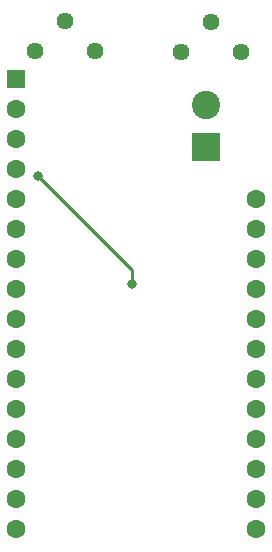
<source format=gbl>
%TF.GenerationSoftware,KiCad,Pcbnew,5.1.7-a382d34a8~88~ubuntu18.04.1*%
%TF.CreationDate,2021-01-04T13:18:22+01:00*%
%TF.ProjectId,wearable_biosonification,77656172-6162-46c6-955f-62696f736f6e,rev?*%
%TF.SameCoordinates,Original*%
%TF.FileFunction,Copper,L2,Bot*%
%TF.FilePolarity,Positive*%
%FSLAX46Y46*%
G04 Gerber Fmt 4.6, Leading zero omitted, Abs format (unit mm)*
G04 Created by KiCad (PCBNEW 5.1.7-a382d34a8~88~ubuntu18.04.1) date 2021-01-04 13:18:22*
%MOMM*%
%LPD*%
G01*
G04 APERTURE LIST*
%TA.AperFunction,ComponentPad*%
%ADD10C,1.600000*%
%TD*%
%TA.AperFunction,ComponentPad*%
%ADD11R,1.600000X1.600000*%
%TD*%
%TA.AperFunction,ComponentPad*%
%ADD12C,1.440000*%
%TD*%
%TA.AperFunction,ComponentPad*%
%ADD13C,2.400000*%
%TD*%
%TA.AperFunction,ComponentPad*%
%ADD14R,2.400000X2.400000*%
%TD*%
%TA.AperFunction,ViaPad*%
%ADD15C,0.800000*%
%TD*%
%TA.AperFunction,Conductor*%
%ADD16C,0.250000*%
%TD*%
G04 APERTURE END LIST*
D10*
%TO.P,A1,17*%
%TO.N,Net-(A1-Pad17)*%
X89920000Y-97000000D03*
%TO.P,A1,18*%
%TO.N,Net-(A1-Pad18)*%
X89920000Y-94460000D03*
%TO.P,A1,19*%
%TO.N,Net-(A1-Pad19)*%
X89920000Y-91920000D03*
%TO.P,A1,20*%
%TO.N,Net-(A1-Pad20)*%
X89920000Y-89380000D03*
%TO.P,A1,21*%
%TO.N,Net-(A1-Pad21)*%
X89920000Y-86840000D03*
%TO.P,A1,22*%
%TO.N,Net-(A1-Pad22)*%
X89920000Y-84300000D03*
%TO.P,A1,23*%
%TO.N,Net-(A1-Pad23)*%
X89920000Y-81760000D03*
%TO.P,A1,24*%
%TO.N,Net-(A1-Pad24)*%
X89920000Y-79220000D03*
%TO.P,A1,25*%
%TO.N,Net-(A1-Pad25)*%
X89920000Y-76680000D03*
%TO.P,A1,26*%
%TO.N,Net-(A1-Pad26)*%
X89920000Y-74140000D03*
%TO.P,A1,27*%
%TO.N,Net-(A1-Pad27)*%
X89920000Y-71600000D03*
%TO.P,A1,28*%
%TO.N,Net-(A1-Pad28)*%
X89920000Y-69060000D03*
D11*
%TO.P,A1,1*%
%TO.N,Net-(A1-Pad1)*%
X69600000Y-58900000D03*
D10*
%TO.P,A1,2*%
%TO.N,Vfeather*%
X69600000Y-61440000D03*
%TO.P,A1,3*%
%TO.N,Net-(A1-Pad3)*%
X69600000Y-63980000D03*
%TO.P,A1,4*%
%TO.N,AnalogIn*%
X69600000Y-66520000D03*
%TO.P,A1,5*%
X69600000Y-69060000D03*
%TO.P,A1,6*%
%TO.N,Net-(A1-Pad6)*%
X69600000Y-71600000D03*
%TO.P,A1,7*%
%TO.N,Net-(A1-Pad7)*%
X69600000Y-74140000D03*
%TO.P,A1,8*%
%TO.N,Net-(A1-Pad8)*%
X69600000Y-76680000D03*
%TO.P,A1,9*%
%TO.N,Net-(A1-Pad9)*%
X69600000Y-79220000D03*
%TO.P,A1,10*%
%TO.N,Net-(A1-Pad10)*%
X69600000Y-81760000D03*
%TO.P,A1,11*%
%TO.N,Net-(A1-Pad11)*%
X69600000Y-84300000D03*
%TO.P,A1,12*%
%TO.N,Net-(A1-Pad12)*%
X69600000Y-86840000D03*
%TO.P,A1,13*%
%TO.N,Net-(A1-Pad13)*%
X69600000Y-89380000D03*
%TO.P,A1,14*%
%TO.N,Net-(A1-Pad14)*%
X69600000Y-91920000D03*
%TO.P,A1,15*%
%TO.N,Net-(A1-Pad15)*%
X69600000Y-94460000D03*
%TO.P,A1,16*%
%TO.N,Net-(A1-Pad16)*%
X69600000Y-97000000D03*
%TD*%
D12*
%TO.P,RV2,1*%
%TO.N,Net-(RV2-Pad1)*%
X71200000Y-56500000D03*
%TO.P,RV2,2*%
%TO.N,Net-(R3-Pad1)*%
X73740000Y-53960000D03*
%TO.P,RV2,3*%
%TO.N,Net-(R2-Pad1)*%
X76280000Y-56500000D03*
%TD*%
%TO.P,RV1,1*%
%TO.N,Net-(R1-Pad1)*%
X83600000Y-56600000D03*
%TO.P,RV1,2*%
%TO.N,AnalogIn*%
X86140000Y-54060000D03*
%TO.P,RV1,3*%
%TO.N,Net-(RV1-Pad3)*%
X88680000Y-56600000D03*
%TD*%
D13*
%TO.P,J1,2*%
%TO.N,Net-(J1-Pad2)*%
X85700000Y-61100000D03*
D14*
%TO.P,J1,1*%
%TO.N,Net-(J1-Pad1)*%
X85700000Y-64600000D03*
%TD*%
D15*
%TO.N,AnalogIn*%
X71500000Y-67100000D03*
X79400000Y-76200000D03*
%TD*%
D16*
%TO.N,AnalogIn*%
X71500000Y-67100000D02*
X79400000Y-75000000D01*
X79400000Y-75000000D02*
X79400000Y-76200000D01*
%TD*%
M02*

</source>
